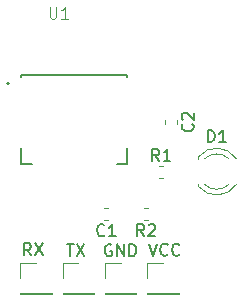
<source format=gbr>
G04 #@! TF.GenerationSoftware,KiCad,Pcbnew,(5.1.4)-1*
G04 #@! TF.CreationDate,2020-05-08T13:54:39-05:00*
G04 #@! TF.ProjectId,RN4871Board,524e3438-3731-4426-9f61-72642e6b6963,rev?*
G04 #@! TF.SameCoordinates,Original*
G04 #@! TF.FileFunction,Legend,Top*
G04 #@! TF.FilePolarity,Positive*
%FSLAX46Y46*%
G04 Gerber Fmt 4.6, Leading zero omitted, Abs format (unit mm)*
G04 Created by KiCad (PCBNEW (5.1.4)-1) date 2020-05-08 13:54:39*
%MOMM*%
%LPD*%
G04 APERTURE LIST*
%ADD10C,0.150000*%
%ADD11C,0.200000*%
%ADD12C,0.127000*%
%ADD13C,0.120000*%
%ADD14C,0.015000*%
G04 APERTURE END LIST*
D10*
X124013933Y-104744780D02*
X123680600Y-104268590D01*
X123442504Y-104744780D02*
X123442504Y-103744780D01*
X123823457Y-103744780D01*
X123918695Y-103792400D01*
X123966314Y-103840019D01*
X124013933Y-103935257D01*
X124013933Y-104078114D01*
X123966314Y-104173352D01*
X123918695Y-104220971D01*
X123823457Y-104268590D01*
X123442504Y-104268590D01*
X124347266Y-103744780D02*
X125013933Y-104744780D01*
X125013933Y-103744780D02*
X124347266Y-104744780D01*
X127076295Y-103770180D02*
X127647723Y-103770180D01*
X127362009Y-104770180D02*
X127362009Y-103770180D01*
X127885819Y-103770180D02*
X128552485Y-104770180D01*
X128552485Y-103770180D02*
X127885819Y-104770180D01*
X130835495Y-103868600D02*
X130740257Y-103820980D01*
X130597400Y-103820980D01*
X130454542Y-103868600D01*
X130359304Y-103963838D01*
X130311685Y-104059076D01*
X130264066Y-104249552D01*
X130264066Y-104392409D01*
X130311685Y-104582885D01*
X130359304Y-104678123D01*
X130454542Y-104773361D01*
X130597400Y-104820980D01*
X130692638Y-104820980D01*
X130835495Y-104773361D01*
X130883114Y-104725742D01*
X130883114Y-104392409D01*
X130692638Y-104392409D01*
X131311685Y-104820980D02*
X131311685Y-103820980D01*
X131883114Y-104820980D01*
X131883114Y-103820980D01*
X132359304Y-104820980D02*
X132359304Y-103820980D01*
X132597400Y-103820980D01*
X132740257Y-103868600D01*
X132835495Y-103963838D01*
X132883114Y-104059076D01*
X132930733Y-104249552D01*
X132930733Y-104392409D01*
X132883114Y-104582885D01*
X132835495Y-104678123D01*
X132740257Y-104773361D01*
X132597400Y-104820980D01*
X132359304Y-104820980D01*
X134023266Y-103770180D02*
X134356600Y-104770180D01*
X134689933Y-103770180D01*
X135594695Y-104674942D02*
X135547076Y-104722561D01*
X135404219Y-104770180D01*
X135308980Y-104770180D01*
X135166123Y-104722561D01*
X135070885Y-104627323D01*
X135023266Y-104532085D01*
X134975647Y-104341609D01*
X134975647Y-104198752D01*
X135023266Y-104008276D01*
X135070885Y-103913038D01*
X135166123Y-103817800D01*
X135308980Y-103770180D01*
X135404219Y-103770180D01*
X135547076Y-103817800D01*
X135594695Y-103865419D01*
X136594695Y-104674942D02*
X136547076Y-104722561D01*
X136404219Y-104770180D01*
X136308980Y-104770180D01*
X136166123Y-104722561D01*
X136070885Y-104627323D01*
X136023266Y-104532085D01*
X135975647Y-104341609D01*
X135975647Y-104198752D01*
X136023266Y-104008276D01*
X136070885Y-103913038D01*
X136166123Y-103817800D01*
X136308980Y-103770180D01*
X136404219Y-103770180D01*
X136547076Y-103817800D01*
X136594695Y-103865419D01*
D11*
X122194601Y-90192001D02*
G75*
G03X122194601Y-90192001I-100000J0D01*
G01*
D12*
X123194601Y-89492001D02*
X123194601Y-89692001D01*
X132194601Y-89492001D02*
X123194601Y-89492001D01*
X132194601Y-89692001D02*
X132194601Y-89492001D01*
X132194601Y-96992001D02*
X132194601Y-95692001D01*
X131344601Y-96992001D02*
X132194601Y-96992001D01*
X123194601Y-96992001D02*
X124094601Y-96992001D01*
X123194601Y-95692001D02*
X123194601Y-96992001D01*
D13*
X130588867Y-100734400D02*
X130246333Y-100734400D01*
X130588867Y-101754400D02*
X130246333Y-101754400D01*
X135405400Y-93300733D02*
X135405400Y-93643267D01*
X136425400Y-93300733D02*
X136425400Y-93643267D01*
X138190800Y-98743000D02*
X138190800Y-98899000D01*
X138190800Y-96427000D02*
X138190800Y-96583000D01*
X140791930Y-98742837D02*
G75*
G02X138709839Y-98743000I-1041130J1079837D01*
G01*
X140791930Y-96583163D02*
G75*
G03X138709839Y-96583000I-1041130J-1079837D01*
G01*
X141423135Y-98741608D02*
G75*
G02X138190800Y-98898516I-1672335J1078608D01*
G01*
X141423135Y-96584392D02*
G75*
G03X138190800Y-96427484I-1672335J-1078608D01*
G01*
X130292800Y-105375400D02*
X131622800Y-105375400D01*
X130292800Y-106705400D02*
X130292800Y-105375400D01*
X130292800Y-107975400D02*
X132952800Y-107975400D01*
X132952800Y-107975400D02*
X132952800Y-108035400D01*
X130292800Y-107975400D02*
X130292800Y-108035400D01*
X130292800Y-108035400D02*
X132952800Y-108035400D01*
X123104600Y-105375400D02*
X124434600Y-105375400D01*
X123104600Y-106705400D02*
X123104600Y-105375400D01*
X123104600Y-107975400D02*
X125764600Y-107975400D01*
X125764600Y-107975400D02*
X125764600Y-108035400D01*
X123104600Y-107975400D02*
X123104600Y-108035400D01*
X123104600Y-108035400D02*
X125764600Y-108035400D01*
X126711400Y-105375400D02*
X128041400Y-105375400D01*
X126711400Y-106705400D02*
X126711400Y-105375400D01*
X126711400Y-107975400D02*
X129371400Y-107975400D01*
X129371400Y-107975400D02*
X129371400Y-108035400D01*
X126711400Y-107975400D02*
X126711400Y-108035400D01*
X126711400Y-108035400D02*
X129371400Y-108035400D01*
X133874200Y-105375400D02*
X135204200Y-105375400D01*
X133874200Y-106705400D02*
X133874200Y-105375400D01*
X133874200Y-107975400D02*
X136534200Y-107975400D01*
X136534200Y-107975400D02*
X136534200Y-108035400D01*
X133874200Y-107975400D02*
X133874200Y-108035400D01*
X133874200Y-108035400D02*
X136534200Y-108035400D01*
X134880533Y-98249200D02*
X135223067Y-98249200D01*
X134880533Y-97229200D02*
X135223067Y-97229200D01*
X133953067Y-100734400D02*
X133610533Y-100734400D01*
X133953067Y-101754400D02*
X133610533Y-101754400D01*
D14*
X125607696Y-83709381D02*
X125607696Y-84518905D01*
X125655315Y-84614143D01*
X125702934Y-84661762D01*
X125798172Y-84709381D01*
X125988648Y-84709381D01*
X126083886Y-84661762D01*
X126131505Y-84614143D01*
X126179124Y-84518905D01*
X126179124Y-83709381D01*
X127179124Y-84709381D02*
X126607696Y-84709381D01*
X126893410Y-84709381D02*
X126893410Y-83709381D01*
X126798172Y-83852239D01*
X126702934Y-83947477D01*
X126607696Y-83995096D01*
D10*
X130250933Y-103031542D02*
X130203314Y-103079161D01*
X130060457Y-103126780D01*
X129965219Y-103126780D01*
X129822361Y-103079161D01*
X129727123Y-102983923D01*
X129679504Y-102888685D01*
X129631885Y-102698209D01*
X129631885Y-102555352D01*
X129679504Y-102364876D01*
X129727123Y-102269638D01*
X129822361Y-102174400D01*
X129965219Y-102126780D01*
X130060457Y-102126780D01*
X130203314Y-102174400D01*
X130250933Y-102222019D01*
X131203314Y-103126780D02*
X130631885Y-103126780D01*
X130917600Y-103126780D02*
X130917600Y-102126780D01*
X130822361Y-102269638D01*
X130727123Y-102364876D01*
X130631885Y-102412495D01*
X137702542Y-93638666D02*
X137750161Y-93686285D01*
X137797780Y-93829142D01*
X137797780Y-93924380D01*
X137750161Y-94067238D01*
X137654923Y-94162476D01*
X137559685Y-94210095D01*
X137369209Y-94257714D01*
X137226352Y-94257714D01*
X137035876Y-94210095D01*
X136940638Y-94162476D01*
X136845400Y-94067238D01*
X136797780Y-93924380D01*
X136797780Y-93829142D01*
X136845400Y-93686285D01*
X136893019Y-93638666D01*
X136893019Y-93257714D02*
X136845400Y-93210095D01*
X136797780Y-93114857D01*
X136797780Y-92876761D01*
X136845400Y-92781523D01*
X136893019Y-92733904D01*
X136988257Y-92686285D01*
X137083495Y-92686285D01*
X137226352Y-92733904D01*
X137797780Y-93305333D01*
X137797780Y-92686285D01*
X139012704Y-95155380D02*
X139012704Y-94155380D01*
X139250800Y-94155380D01*
X139393657Y-94203000D01*
X139488895Y-94298238D01*
X139536514Y-94393476D01*
X139584133Y-94583952D01*
X139584133Y-94726809D01*
X139536514Y-94917285D01*
X139488895Y-95012523D01*
X139393657Y-95107761D01*
X139250800Y-95155380D01*
X139012704Y-95155380D01*
X140536514Y-95155380D02*
X139965085Y-95155380D01*
X140250800Y-95155380D02*
X140250800Y-94155380D01*
X140155561Y-94298238D01*
X140060323Y-94393476D01*
X139965085Y-94441095D01*
X134885133Y-96761580D02*
X134551800Y-96285390D01*
X134313704Y-96761580D02*
X134313704Y-95761580D01*
X134694657Y-95761580D01*
X134789895Y-95809200D01*
X134837514Y-95856819D01*
X134885133Y-95952057D01*
X134885133Y-96094914D01*
X134837514Y-96190152D01*
X134789895Y-96237771D01*
X134694657Y-96285390D01*
X134313704Y-96285390D01*
X135837514Y-96761580D02*
X135266085Y-96761580D01*
X135551800Y-96761580D02*
X135551800Y-95761580D01*
X135456561Y-95904438D01*
X135361323Y-95999676D01*
X135266085Y-96047295D01*
X133615133Y-103126780D02*
X133281800Y-102650590D01*
X133043704Y-103126780D02*
X133043704Y-102126780D01*
X133424657Y-102126780D01*
X133519895Y-102174400D01*
X133567514Y-102222019D01*
X133615133Y-102317257D01*
X133615133Y-102460114D01*
X133567514Y-102555352D01*
X133519895Y-102602971D01*
X133424657Y-102650590D01*
X133043704Y-102650590D01*
X133996085Y-102222019D02*
X134043704Y-102174400D01*
X134138942Y-102126780D01*
X134377038Y-102126780D01*
X134472276Y-102174400D01*
X134519895Y-102222019D01*
X134567514Y-102317257D01*
X134567514Y-102412495D01*
X134519895Y-102555352D01*
X133948466Y-103126780D01*
X134567514Y-103126780D01*
M02*

</source>
